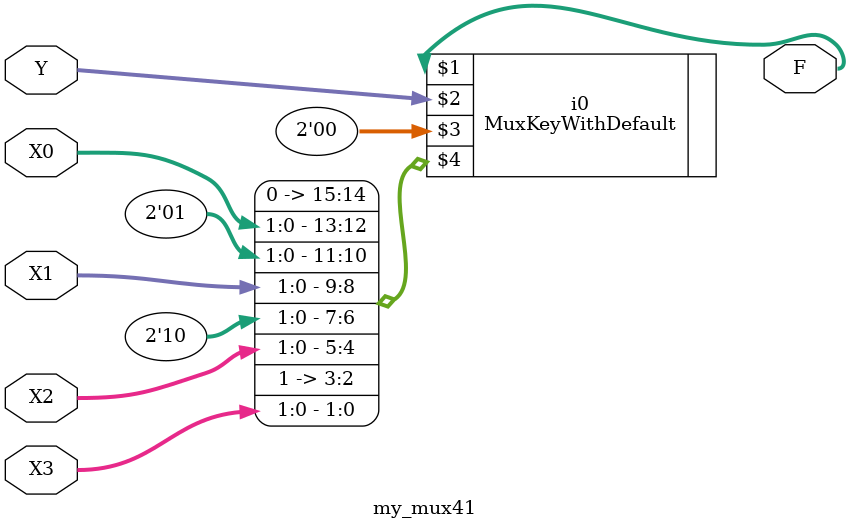
<source format=v>
module my_mux41(
    input [1:0] X0,
    input [1:0] X1,
    input [1:0] X2,
    input [1:0] X3,
    input [1:0] Y,
    output [1:0] F
);
    MuxKeyWithDefault #(4, 2, 2) i0 (F, Y, 2'b00, {
        2'b00, X0,
        2'b01, X1,
        2'b10, X2,
        2'b11, X3
    });
endmodule

</source>
